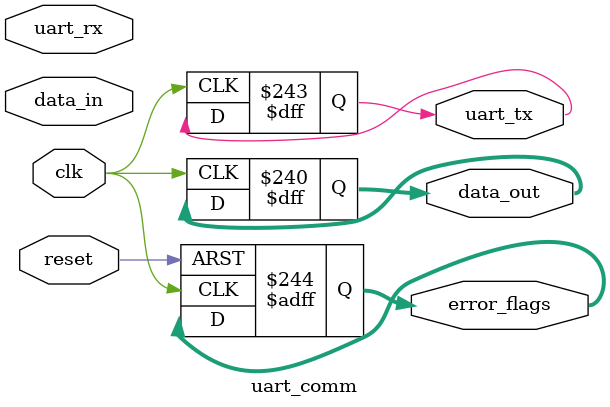
<source format=v>
module uart_comm (
    input wire clk,
    input wire reset,
    input wire [31:0] data_in,
    output reg [31:0] data_out,
    input wire uart_rx,
    output reg uart_tx,
    output reg [1:0] error_flags
);

// Internal signals
reg [7:0] rx_buffer;
reg [7:0] tx_buffer;
reg [3:0] bit_counter_rx;
reg [3:0] bit_counter_tx;
reg [9:0] baud_rate_counter;
reg [1:0] state_rx;
reg [1:0] state_tx;
reg rx_ready;
reg tx_ready;

// Baud rate generator parameters
parameter integer BAUD_RATE_DIV = 10416; // Example parameter, should be adjusted based on clock frequency and desired baud rate

always @(posedge clk or posedge reset) begin
    if (reset) begin
        rx_buffer <= 8'b0;
        tx_buffer <= 8'b0;
        bit_counter_rx <= 4'b0;
        bit_counter_tx <= 4'b0;
        baud_rate_counter <= 10'b0;
        state_rx <= 2'b0;
        state_tx <= 2'b0;
        rx_ready <= 1'b0;
        tx_ready <= 1'b0;
        error_flags <= 2'b0;
    end else begin
        // UART receive logic
        if (uart_rx) begin
            baud_rate_counter <= baud_rate_counter + 1;
            if (baud_rate_counter == BAUD_RATE_DIV) begin
                baud_rate_counter <= 10'b0;
                case (state_rx)
                    2'b00: begin // Start bit detection
                        if (!uart_rx) begin
                            state_rx <= 2'b01;
                        end
                    end
                    2'b01: begin // Receiving data bits
                        rx_buffer[bit_counter_rx] <= uart_rx;
                        bit_counter_rx <= bit_counter_rx + 1;
                        if (bit_counter_rx == 4'b1111) begin
                            state_rx <= 2'b10;
                            bit_counter_rx <= 4'b0;
                        end
                    end
                    2'b10: begin // Stop bit detection
                        if (uart_rx) begin
                            data_out <= {24'b0, rx_buffer}; // Assuming 8-bit data
                            rx_ready <= 1'b1;
                            state_rx <= 2'b00;
                        end else begin
                            error_flags[0] <= 1'b1; // Set error flag if stop bit is incorrect
                            state_rx <= 2'b00;
                        end
                    end
                endcase
            end
        end

        // UART transmit logic
        if (tx_ready) begin
            baud_rate_counter <= baud_rate_counter + 1;
            if (baud_rate_counter == BAUD_RATE_DIV) begin
                baud_rate_counter <= 10'b0;
                case (state_tx)
                    2'b00: begin // Start bit
                        uart_tx <= 1'b0;
                        state_tx <= 2'b01;
                    end
                    2'b01: begin // Transmitting data bits
                        uart_tx <= tx_buffer[bit_counter_tx];
                        bit_counter_tx <= bit_counter_tx + 1;
                        if (bit_counter_tx == 4'b1111) begin
                            state_tx <= 2'b10;
                            bit_counter_tx <= 4'b0;
                        end
                    end
                    2'b10: begin // Stop bit
                        uart_tx <= 1'b1;
                        tx_ready <= 1'b0;
                        state_tx <= 2'b00;
                    end
                endcase
            end
        end else begin
            tx_buffer <= data_in[7:0]; // Assuming 8-bit data
            tx_ready <= 1'b1;
        end
    end
end

endmodule
</source>
